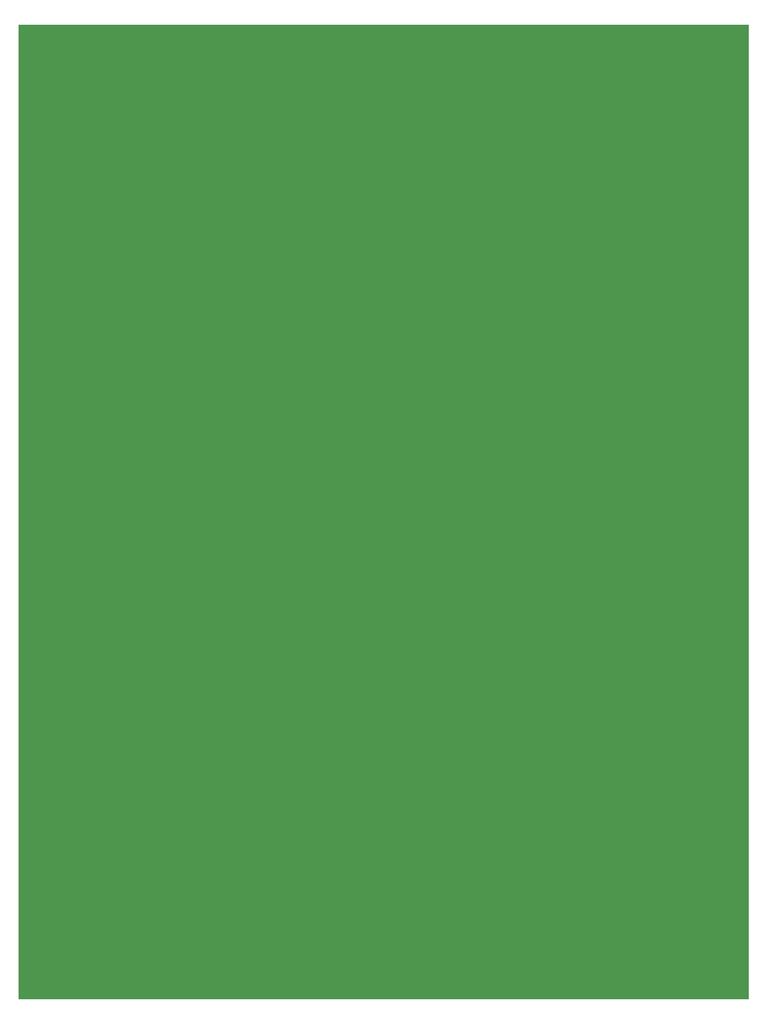
<source format=gbr>
G04 DipTrace Beta 2.3.5.2*
%INBoard.gbr*%
%MOMM*%
%ADD11C,0.14*%
%FSLAX53Y53*%
G04*
G71*
G90*
G75*
G01*
%LNBoardPoly*%
%LPD*%
G36*
X0Y0D2*
D11*
Y120000D1*
X90000D1*
Y0D1*
X0D1*
G37*
M02*

</source>
